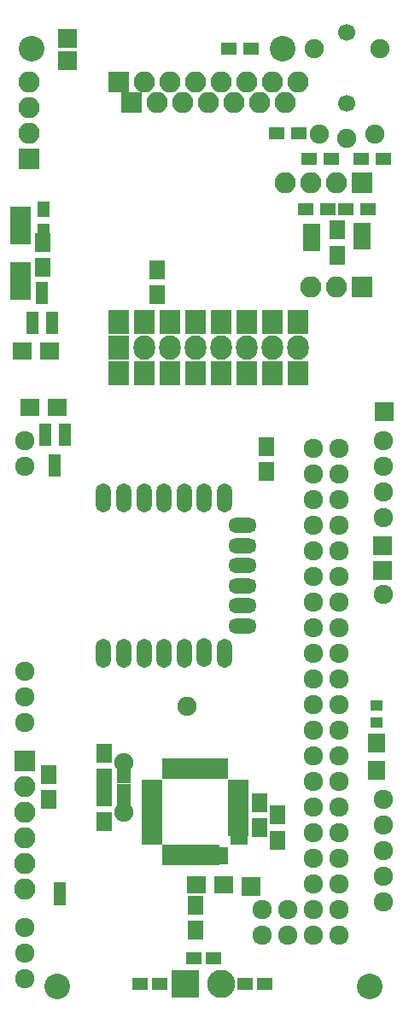
<source format=gbs>
%TF.GenerationSoftware,KiCad,Pcbnew,4.0.4-stable*%
%TF.CreationDate,2017-03-14T03:39:13+02:00*%
%TF.ProjectId,front_prototype,66726F6E745F70726F746F747970652E,rev?*%
%TF.FileFunction,Soldermask,Bot*%
%FSLAX46Y46*%
G04 Gerber Fmt 4.6, Leading zero omitted, Abs format (unit mm)*
G04 Created by KiCad (PCBNEW 4.0.4-stable) date 03/14/17 03:39:13*
%MOMM*%
%LPD*%
G01*
G04 APERTURE LIST*
%ADD10C,0.100000*%
%ADD11C,2.540000*%
%ADD12R,1.200000X2.300000*%
%ADD13R,2.099260X3.699460*%
%ADD14R,2.000000X0.950000*%
%ADD15R,0.950000X2.000000*%
%ADD16R,1.800000X0.900000*%
%ADD17R,0.900000X1.800000*%
%ADD18R,1.900000X1.700000*%
%ADD19R,1.900000X1.900000*%
%ADD20C,1.900000*%
%ADD21O,1.500000X2.900000*%
%ADD22O,2.800000X1.500000*%
%ADD23R,2.127200X2.432000*%
%ADD24O,2.127200X2.432000*%
%ADD25C,1.700000*%
%ADD26R,1.670000X1.370000*%
%ADD27R,2.100000X2.100000*%
%ADD28O,2.100000X2.100000*%
%ADD29C,2.800000*%
%ADD30R,2.800000X2.800000*%
%ADD31R,1.400000X0.800000*%
%ADD32R,1.400000X1.400000*%
%ADD33R,1.650000X1.900000*%
%ADD34R,1.600000X1.150000*%
%ADD35R,1.200000X1.000000*%
%ADD36R,1.300000X0.900000*%
%ADD37R,1.600000X1.300000*%
%ADD38R,1.300000X1.600000*%
%ADD39R,1.700000X1.900000*%
%ADD40C,1.924000*%
G04 APERTURE END LIST*
D10*
D11*
X47244000Y-136652000D03*
X78232000Y-136652000D03*
X69596000Y-43688000D03*
D12*
X46670000Y-70842000D03*
X44770000Y-70842000D03*
X45720000Y-67842000D03*
D13*
X43548300Y-61142880D03*
X43548300Y-66644520D03*
D14*
X56646500Y-122116500D03*
X56646500Y-121316500D03*
X56646500Y-120516500D03*
X56646500Y-119716500D03*
X56646500Y-118916500D03*
X56646500Y-118116500D03*
X56646500Y-117316500D03*
X56646500Y-116516500D03*
D15*
X58096500Y-115066500D03*
X58896500Y-115066500D03*
X59696500Y-115066500D03*
X60496500Y-115066500D03*
X61296500Y-115066500D03*
X62096500Y-115066500D03*
X62896500Y-115066500D03*
X63696500Y-115066500D03*
D14*
X65146500Y-116516500D03*
X65146500Y-117316500D03*
X65146500Y-118116500D03*
X65146500Y-118916500D03*
X65146500Y-119716500D03*
X65146500Y-120516500D03*
X65146500Y-121316500D03*
D16*
X65246500Y-122116500D03*
D17*
X63696500Y-123666500D03*
D15*
X62896500Y-123566500D03*
X62096500Y-123566500D03*
X61296500Y-123566500D03*
X60496500Y-123566500D03*
X59696500Y-123566500D03*
X58896500Y-123566500D03*
X58096500Y-123566500D03*
D18*
X61007000Y-126555500D03*
X63707000Y-126555500D03*
X43735000Y-73660000D03*
X46435000Y-73660000D03*
X44497000Y-79248000D03*
X47197000Y-79248000D03*
D19*
X79650000Y-79650000D03*
X66421000Y-126682500D03*
D20*
X60071000Y-108839000D03*
D21*
X51816000Y-88200000D03*
X53816000Y-88200000D03*
X55816000Y-88200000D03*
X57816000Y-88200000D03*
X59816000Y-88200000D03*
X61816000Y-88200000D03*
X63816000Y-88200000D03*
D22*
X65566000Y-90890000D03*
X65566000Y-92890000D03*
X65566000Y-94890000D03*
X65566000Y-96890000D03*
X65566000Y-98890000D03*
X65566000Y-100890000D03*
D21*
X63816000Y-103600000D03*
X61816000Y-103500000D03*
X59816000Y-103600000D03*
X57816000Y-103600000D03*
X55816000Y-103600000D03*
X53816000Y-103600000D03*
X51816000Y-103600000D03*
D23*
X53340000Y-73279000D03*
D24*
X55880000Y-73279000D03*
X58420000Y-73279000D03*
X60960000Y-73279000D03*
X63500000Y-73279000D03*
X66040000Y-73279000D03*
X68580000Y-73279000D03*
X71120000Y-73279000D03*
D23*
X53340000Y-75819000D03*
X53340000Y-70739000D03*
X55880000Y-75819000D03*
X55880000Y-70739000D03*
X58420000Y-75819000D03*
X58420000Y-70739000D03*
X60960000Y-75819000D03*
X60960000Y-70739000D03*
X63500000Y-75819000D03*
X63500000Y-70739000D03*
X66040000Y-75819000D03*
X66040000Y-70739000D03*
X68580000Y-75819000D03*
X68580000Y-70739000D03*
X71120000Y-75819000D03*
X71120000Y-70739000D03*
D25*
X75946000Y-42078000D03*
D20*
X73196000Y-52078000D03*
X78696000Y-52078000D03*
X75946000Y-52578000D03*
X72696000Y-43678000D03*
X79196000Y-43678000D03*
D25*
X75946000Y-49078000D03*
D26*
X77470000Y-61590000D03*
X77470000Y-62870000D03*
X72453500Y-62997000D03*
X72453500Y-61717000D03*
D27*
X77470000Y-56959500D03*
D28*
X74930000Y-56959500D03*
X72390000Y-56959500D03*
X69850000Y-56959500D03*
D27*
X77470000Y-67246500D03*
D28*
X74930000Y-67246500D03*
X72390000Y-67246500D03*
D12*
X46040000Y-81939000D03*
X47940000Y-81939000D03*
X46990000Y-84939000D03*
D19*
X79502000Y-92964000D03*
X79502000Y-95377000D03*
D29*
X63444000Y-136398000D03*
D30*
X59944000Y-136398000D03*
D31*
X53848000Y-116867000D03*
D32*
X53848000Y-117877000D03*
D20*
X53848000Y-114427000D03*
X53848000Y-119307000D03*
D32*
X53848000Y-115827000D03*
D27*
X44450000Y-54610000D03*
D28*
X44450000Y-52070000D03*
X44450000Y-49530000D03*
X44450000Y-46990000D03*
D19*
X48260000Y-44831000D03*
X48260000Y-42672000D03*
D33*
X51879500Y-117812500D03*
X51879500Y-120312500D03*
X51879500Y-115994500D03*
X51879500Y-113494500D03*
X46355000Y-118090000D03*
X46355000Y-115590000D03*
X67259200Y-118384000D03*
X67259200Y-120884000D03*
X57150000Y-68052000D03*
X57150000Y-65552000D03*
X69088000Y-119603200D03*
X69088000Y-122103200D03*
X74993500Y-64109600D03*
X74993500Y-61609600D03*
X67945000Y-83078000D03*
X67945000Y-85578000D03*
D34*
X55438000Y-136398000D03*
X57338000Y-136398000D03*
X60772000Y-133858000D03*
X62672000Y-133858000D03*
X65852000Y-136398000D03*
X67752000Y-136398000D03*
D33*
X45800000Y-62850000D03*
X45800000Y-65350000D03*
X60960000Y-128544000D03*
X60960000Y-131044000D03*
D35*
X78867000Y-108751000D03*
X78867000Y-110451000D03*
D36*
X47434500Y-128143000D03*
X47434500Y-127443000D03*
X47434500Y-126743000D03*
D27*
X53340000Y-46990000D03*
D28*
X55880000Y-46990000D03*
X58420000Y-46990000D03*
X60960000Y-46990000D03*
X63500000Y-46990000D03*
X66040000Y-46990000D03*
X68580000Y-46990000D03*
X71120000Y-46990000D03*
D27*
X44040000Y-114300000D03*
D28*
X44040000Y-116840000D03*
X44040000Y-119380000D03*
X44040000Y-121920000D03*
X44040000Y-124460000D03*
X44040000Y-127000000D03*
D27*
X54610000Y-49022000D03*
D28*
X57150000Y-49022000D03*
X59690000Y-49022000D03*
X62230000Y-49022000D03*
X64770000Y-49022000D03*
X67310000Y-49022000D03*
X69850000Y-49022000D03*
D37*
X77343000Y-54546500D03*
X79543000Y-54546500D03*
X72222000Y-54546500D03*
X74422000Y-54546500D03*
X78062000Y-59563000D03*
X75862000Y-59563000D03*
X71861500Y-59563000D03*
X74061500Y-59563000D03*
D38*
X45821600Y-61806000D03*
X45821600Y-59606000D03*
D39*
X78867000Y-112505500D03*
X78867000Y-115205500D03*
D11*
X44704000Y-43688000D03*
D37*
X69004000Y-52070000D03*
X71204000Y-52070000D03*
X66421000Y-43688000D03*
X64221000Y-43688000D03*
D40*
X72644000Y-83312000D03*
X75184000Y-83312000D03*
X72644000Y-85852000D03*
X75184000Y-85852000D03*
X72644000Y-88392000D03*
X75184000Y-88392000D03*
X72644000Y-90932000D03*
X75184000Y-90932000D03*
X72644000Y-93472000D03*
X75184000Y-93472000D03*
X72644000Y-96012000D03*
X75184000Y-96012000D03*
X72644000Y-98552000D03*
X75184000Y-98552000D03*
X72644000Y-101092000D03*
X75184000Y-101092000D03*
X72644000Y-103632000D03*
X75184000Y-103632000D03*
X72644000Y-106172000D03*
X75184000Y-106172000D03*
X72644000Y-108712000D03*
X75184000Y-108712000D03*
X72644000Y-111252000D03*
X75184000Y-111252000D03*
X72644000Y-113792000D03*
X75184000Y-113792000D03*
X72644000Y-116332000D03*
X75184000Y-116332000D03*
X72644000Y-118872000D03*
X75184000Y-118872000D03*
X72644000Y-121412000D03*
X75184000Y-121412000D03*
X72644000Y-123952000D03*
X75184000Y-123952000D03*
X72644000Y-126492000D03*
X75184000Y-126492000D03*
X72644000Y-129032000D03*
X75184000Y-129032000D03*
X72644000Y-131572000D03*
X75184000Y-131572000D03*
X70104000Y-129032000D03*
X70104000Y-131572000D03*
X67564000Y-129032000D03*
X67564000Y-131572000D03*
X44040000Y-85080000D03*
X44040000Y-82540000D03*
X79600000Y-128260000D03*
X79600000Y-125720000D03*
X79600000Y-123180000D03*
X79600000Y-120640000D03*
X79600000Y-118100000D03*
X44040000Y-105400000D03*
X44040000Y-107940000D03*
X44040000Y-110480000D03*
X44040000Y-130800000D03*
X44040000Y-133340000D03*
X44040000Y-135880000D03*
X79600000Y-82540000D03*
X79600000Y-85080000D03*
X79600000Y-87620000D03*
X79600000Y-90160000D03*
X79600000Y-97780000D03*
M02*

</source>
